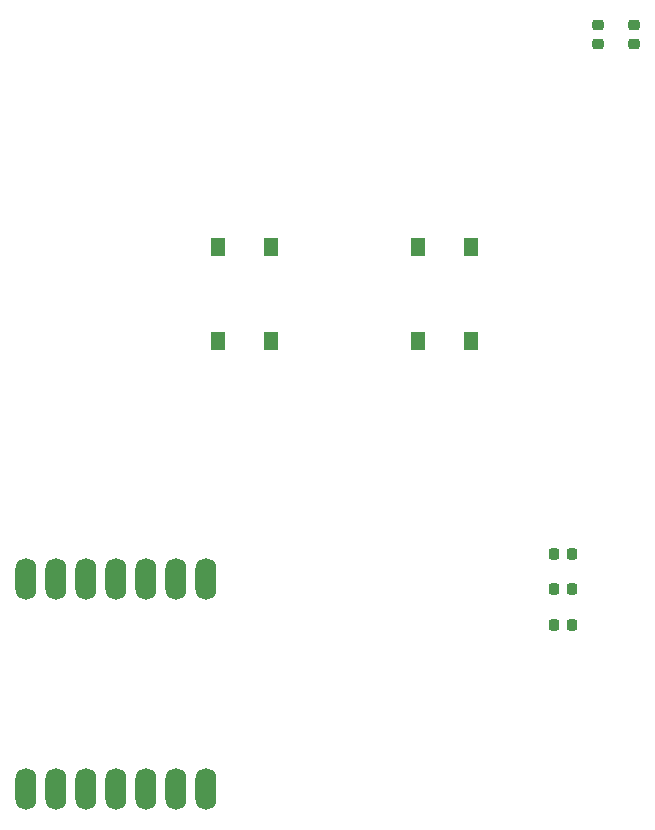
<source format=gbr>
%TF.GenerationSoftware,KiCad,Pcbnew,7.0.1*%
%TF.CreationDate,2023-03-19T19:41:04+01:00*%
%TF.ProjectId,chubby-hat,63687562-6279-42d6-9861-742e6b696361,0.2.2*%
%TF.SameCoordinates,Original*%
%TF.FileFunction,Paste,Top*%
%TF.FilePolarity,Positive*%
%FSLAX46Y46*%
G04 Gerber Fmt 4.6, Leading zero omitted, Abs format (unit mm)*
G04 Created by KiCad (PCBNEW 7.0.1) date 2023-03-19 19:41:04*
%MOMM*%
%LPD*%
G01*
G04 APERTURE LIST*
G04 Aperture macros list*
%AMRoundRect*
0 Rectangle with rounded corners*
0 $1 Rounding radius*
0 $2 $3 $4 $5 $6 $7 $8 $9 X,Y pos of 4 corners*
0 Add a 4 corners polygon primitive as box body*
4,1,4,$2,$3,$4,$5,$6,$7,$8,$9,$2,$3,0*
0 Add four circle primitives for the rounded corners*
1,1,$1+$1,$2,$3*
1,1,$1+$1,$4,$5*
1,1,$1+$1,$6,$7*
1,1,$1+$1,$8,$9*
0 Add four rect primitives between the rounded corners*
20,1,$1+$1,$2,$3,$4,$5,0*
20,1,$1+$1,$4,$5,$6,$7,0*
20,1,$1+$1,$6,$7,$8,$9,0*
20,1,$1+$1,$8,$9,$2,$3,0*%
G04 Aperture macros list end*
%ADD10RoundRect,0.218750X0.218750X0.256250X-0.218750X0.256250X-0.218750X-0.256250X0.218750X-0.256250X0*%
%ADD11O,1.778000X3.556000*%
%ADD12RoundRect,0.218750X-0.256250X0.218750X-0.256250X-0.218750X0.256250X-0.218750X0.256250X0.218750X0*%
%ADD13R,1.300000X1.550000*%
G04 APERTURE END LIST*
D10*
%TO.C,D3*%
X175787500Y-108000000D03*
X174212500Y-108000000D03*
%TD*%
%TO.C,D5*%
X175787500Y-102000000D03*
X174212500Y-102000000D03*
%TD*%
D11*
%TO.C,A1*%
X129540000Y-121920000D03*
X132080000Y-121920000D03*
X134620000Y-121920000D03*
X137160000Y-121920000D03*
X139700000Y-121920000D03*
X142240000Y-121920000D03*
X144780000Y-121920000D03*
X144780000Y-104140000D03*
X142240000Y-104140000D03*
X139700000Y-104140000D03*
X137160000Y-104140000D03*
X134620000Y-104140000D03*
X132080000Y-104140000D03*
X129540000Y-104140000D03*
%TD*%
D12*
%TO.C,D2*%
X181000000Y-57212500D03*
X181000000Y-58787500D03*
%TD*%
D13*
%TO.C,SW1*%
X145750000Y-83975000D03*
X145750000Y-76025000D03*
X150250000Y-83975000D03*
X150250000Y-76025000D03*
%TD*%
D12*
%TO.C,D1*%
X178000000Y-57212500D03*
X178000000Y-58787500D03*
%TD*%
D13*
%TO.C,SW2*%
X162750000Y-83975000D03*
X162750000Y-76025000D03*
X167250000Y-83975000D03*
X167250000Y-76025000D03*
%TD*%
D10*
%TO.C,D4*%
X175787500Y-105000000D03*
X174212500Y-105000000D03*
%TD*%
M02*

</source>
